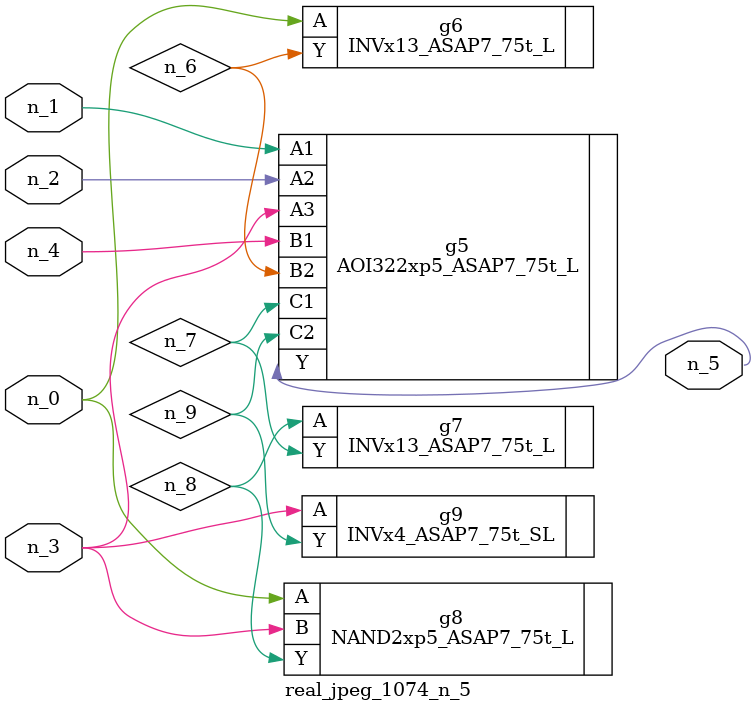
<source format=v>
module real_jpeg_1074_n_5 (n_4, n_0, n_1, n_2, n_3, n_5);

input n_4;
input n_0;
input n_1;
input n_2;
input n_3;

output n_5;

wire n_8;
wire n_6;
wire n_7;
wire n_9;

INVx13_ASAP7_75t_L g6 ( 
.A(n_0),
.Y(n_6)
);

NAND2xp5_ASAP7_75t_L g8 ( 
.A(n_0),
.B(n_3),
.Y(n_8)
);

AOI322xp5_ASAP7_75t_L g5 ( 
.A1(n_1),
.A2(n_2),
.A3(n_3),
.B1(n_4),
.B2(n_6),
.C1(n_7),
.C2(n_9),
.Y(n_5)
);

INVx4_ASAP7_75t_SL g9 ( 
.A(n_3),
.Y(n_9)
);

INVx13_ASAP7_75t_L g7 ( 
.A(n_8),
.Y(n_7)
);


endmodule
</source>
